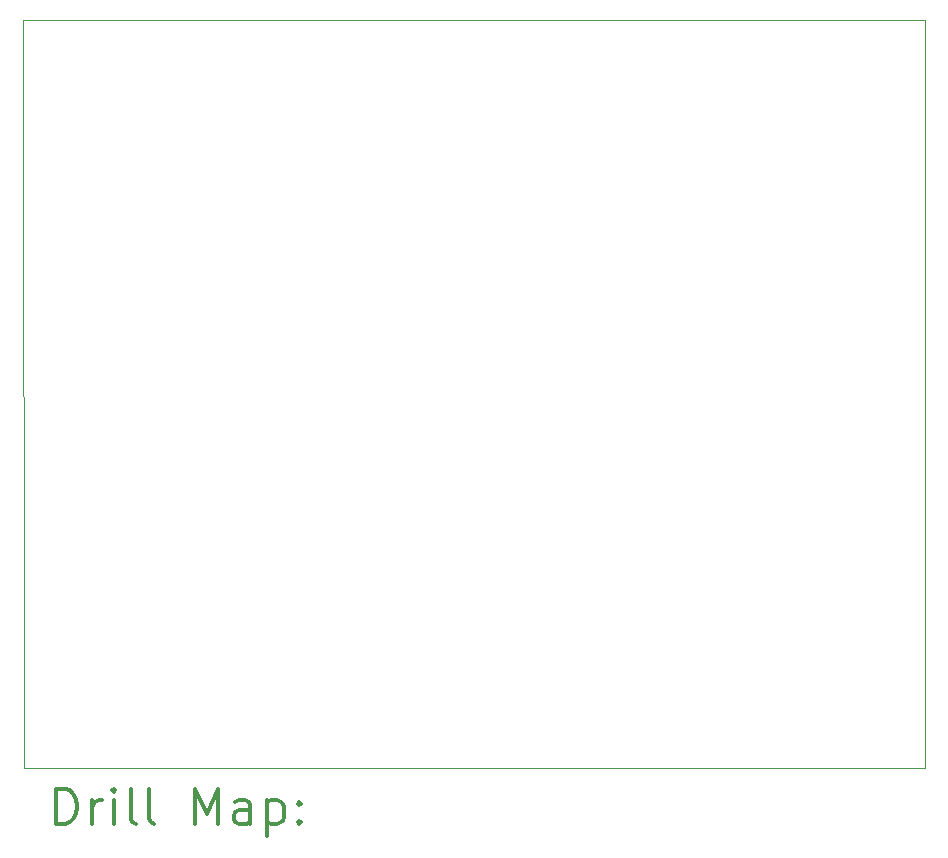
<source format=gbr>
%FSLAX45Y45*%
G04 Gerber Fmt 4.5, Leading zero omitted, Abs format (unit mm)*
G04 Created by KiCad (PCBNEW (5.1.2)-2) date 2020-03-15 13:57:41*
%MOMM*%
%LPD*%
G04 APERTURE LIST*
%ADD10C,0.100000*%
%ADD11C,0.200000*%
%ADD12C,0.300000*%
G04 APERTURE END LIST*
D10*
X10165080Y-12420600D02*
X10160000Y-6088380D01*
X17795240Y-12420600D02*
X10165080Y-12420600D01*
X17795240Y-6088380D02*
X17795240Y-12420600D01*
X10160000Y-6088380D02*
X17795240Y-6088380D01*
D11*
D12*
X10441428Y-12891314D02*
X10441428Y-12591314D01*
X10512857Y-12591314D01*
X10555714Y-12605600D01*
X10584286Y-12634171D01*
X10598571Y-12662743D01*
X10612857Y-12719886D01*
X10612857Y-12762743D01*
X10598571Y-12819886D01*
X10584286Y-12848457D01*
X10555714Y-12877029D01*
X10512857Y-12891314D01*
X10441428Y-12891314D01*
X10741428Y-12891314D02*
X10741428Y-12691314D01*
X10741428Y-12748457D02*
X10755714Y-12719886D01*
X10770000Y-12705600D01*
X10798571Y-12691314D01*
X10827143Y-12691314D01*
X10927143Y-12891314D02*
X10927143Y-12691314D01*
X10927143Y-12591314D02*
X10912857Y-12605600D01*
X10927143Y-12619886D01*
X10941428Y-12605600D01*
X10927143Y-12591314D01*
X10927143Y-12619886D01*
X11112857Y-12891314D02*
X11084286Y-12877029D01*
X11070000Y-12848457D01*
X11070000Y-12591314D01*
X11270000Y-12891314D02*
X11241428Y-12877029D01*
X11227143Y-12848457D01*
X11227143Y-12591314D01*
X11612857Y-12891314D02*
X11612857Y-12591314D01*
X11712857Y-12805600D01*
X11812857Y-12591314D01*
X11812857Y-12891314D01*
X12084286Y-12891314D02*
X12084286Y-12734171D01*
X12070000Y-12705600D01*
X12041428Y-12691314D01*
X11984286Y-12691314D01*
X11955714Y-12705600D01*
X12084286Y-12877029D02*
X12055714Y-12891314D01*
X11984286Y-12891314D01*
X11955714Y-12877029D01*
X11941428Y-12848457D01*
X11941428Y-12819886D01*
X11955714Y-12791314D01*
X11984286Y-12777029D01*
X12055714Y-12777029D01*
X12084286Y-12762743D01*
X12227143Y-12691314D02*
X12227143Y-12991314D01*
X12227143Y-12705600D02*
X12255714Y-12691314D01*
X12312857Y-12691314D01*
X12341428Y-12705600D01*
X12355714Y-12719886D01*
X12370000Y-12748457D01*
X12370000Y-12834171D01*
X12355714Y-12862743D01*
X12341428Y-12877029D01*
X12312857Y-12891314D01*
X12255714Y-12891314D01*
X12227143Y-12877029D01*
X12498571Y-12862743D02*
X12512857Y-12877029D01*
X12498571Y-12891314D01*
X12484286Y-12877029D01*
X12498571Y-12862743D01*
X12498571Y-12891314D01*
X12498571Y-12705600D02*
X12512857Y-12719886D01*
X12498571Y-12734171D01*
X12484286Y-12719886D01*
X12498571Y-12705600D01*
X12498571Y-12734171D01*
M02*

</source>
